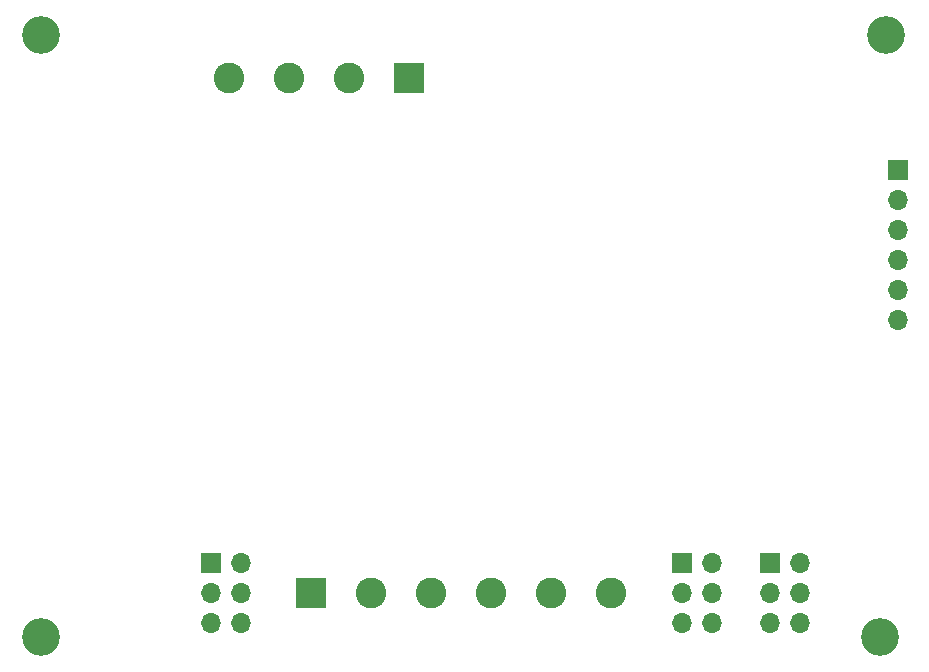
<source format=gbr>
%TF.GenerationSoftware,KiCad,Pcbnew,7.0.7*%
%TF.CreationDate,2023-12-19T09:30:13+01:00*%
%TF.ProjectId,OS-servoDriver_relay,4f532d73-6572-4766-9f44-72697665725f,rev?*%
%TF.SameCoordinates,Original*%
%TF.FileFunction,Soldermask,Bot*%
%TF.FilePolarity,Negative*%
%FSLAX46Y46*%
G04 Gerber Fmt 4.6, Leading zero omitted, Abs format (unit mm)*
G04 Created by KiCad (PCBNEW 7.0.7) date 2023-12-19 09:30:13*
%MOMM*%
%LPD*%
G01*
G04 APERTURE LIST*
%ADD10C,3.200000*%
%ADD11R,1.700000X1.700000*%
%ADD12O,1.700000X1.700000*%
%ADD13R,2.600000X2.600000*%
%ADD14C,2.600000*%
G04 APERTURE END LIST*
D10*
%TO.C,REF\u002A\u002A*%
X246000000Y-106000000D03*
%TD*%
D11*
%TO.C,J901*%
X236220000Y-150749000D03*
D12*
X238760000Y-150749000D03*
X236220000Y-153289000D03*
X238760000Y-153289000D03*
X236220000Y-155829000D03*
X238760000Y-155829000D03*
%TD*%
D11*
%TO.C,J701*%
X188849000Y-150749000D03*
D12*
X191389000Y-150749000D03*
X188849000Y-153289000D03*
X191389000Y-153289000D03*
X188849000Y-155829000D03*
X191389000Y-155829000D03*
%TD*%
D10*
%TO.C,REF\u002A\u002A*%
X174500000Y-157000000D03*
%TD*%
D11*
%TO.C,J201*%
X247015000Y-117475000D03*
D12*
X247015000Y-120015000D03*
X247015000Y-122555000D03*
X247015000Y-125095000D03*
X247015000Y-127635000D03*
X247015000Y-130175000D03*
%TD*%
D11*
%TO.C,J801*%
X228727000Y-150749000D03*
D12*
X231267000Y-150749000D03*
X228727000Y-153289000D03*
X231267000Y-153289000D03*
X228727000Y-155829000D03*
X231267000Y-155829000D03*
%TD*%
D13*
%TO.C,J101*%
X205620000Y-109695000D03*
D14*
X200540000Y-109695000D03*
X195460000Y-109695000D03*
X190380000Y-109695000D03*
%TD*%
D10*
%TO.C,REF\u002A\u002A*%
X245500000Y-157000000D03*
%TD*%
D13*
%TO.C,J102*%
X197358000Y-153289000D03*
D14*
X202438000Y-153289000D03*
X207518000Y-153289000D03*
X212598000Y-153289000D03*
X217678000Y-153289000D03*
X222758000Y-153289000D03*
%TD*%
D10*
%TO.C,REF\u002A\u002A*%
X174500000Y-106000000D03*
%TD*%
M02*

</source>
